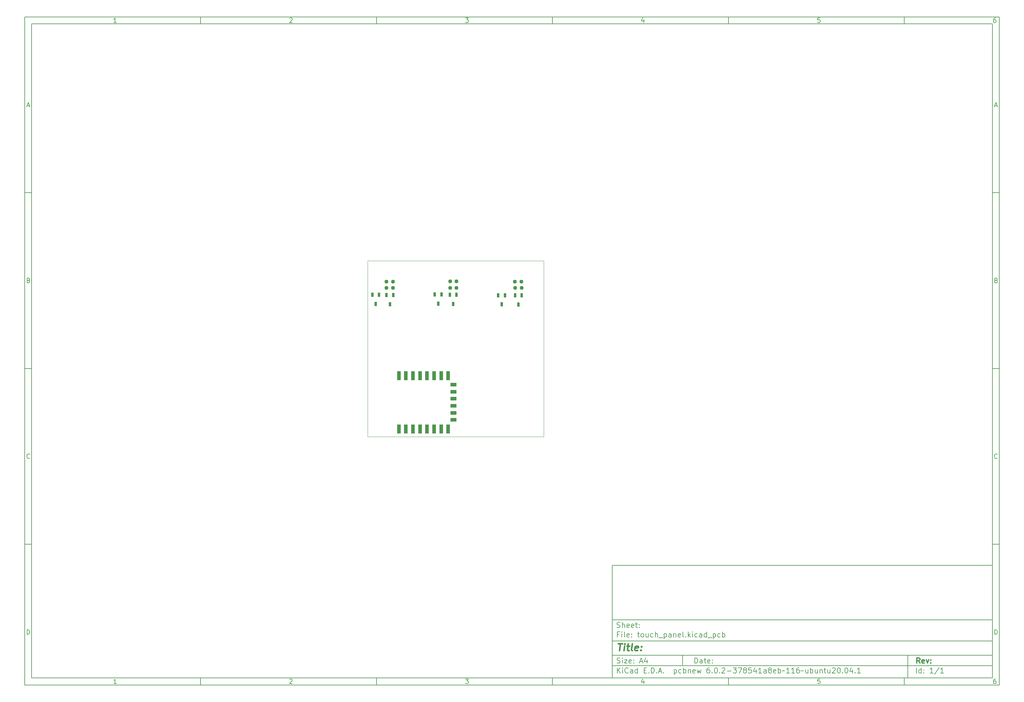
<source format=gbr>
%TF.GenerationSoftware,KiCad,Pcbnew,6.0.2-378541a8eb~116~ubuntu20.04.1*%
%TF.CreationDate,2022-03-13T21:59:14+03:30*%
%TF.ProjectId,touch_panel,746f7563-685f-4706-916e-656c2e6b6963,rev?*%
%TF.SameCoordinates,Original*%
%TF.FileFunction,Paste,Bot*%
%TF.FilePolarity,Positive*%
%FSLAX46Y46*%
G04 Gerber Fmt 4.6, Leading zero omitted, Abs format (unit mm)*
G04 Created by KiCad (PCBNEW 6.0.2-378541a8eb~116~ubuntu20.04.1) date 2022-03-13 21:59:14*
%MOMM*%
%LPD*%
G01*
G04 APERTURE LIST*
G04 Aperture macros list*
%AMRoundRect*
0 Rectangle with rounded corners*
0 $1 Rounding radius*
0 $2 $3 $4 $5 $6 $7 $8 $9 X,Y pos of 4 corners*
0 Add a 4 corners polygon primitive as box body*
4,1,4,$2,$3,$4,$5,$6,$7,$8,$9,$2,$3,0*
0 Add four circle primitives for the rounded corners*
1,1,$1+$1,$2,$3*
1,1,$1+$1,$4,$5*
1,1,$1+$1,$6,$7*
1,1,$1+$1,$8,$9*
0 Add four rect primitives between the rounded corners*
20,1,$1+$1,$2,$3,$4,$5,0*
20,1,$1+$1,$4,$5,$6,$7,0*
20,1,$1+$1,$6,$7,$8,$9,0*
20,1,$1+$1,$8,$9,$2,$3,0*%
G04 Aperture macros list end*
%ADD10C,0.100000*%
%ADD11C,0.150000*%
%ADD12C,0.300000*%
%ADD13C,0.400000*%
%TA.AperFunction,Profile*%
%ADD14C,0.100000*%
%TD*%
%ADD15RoundRect,0.237500X-0.250000X-0.237500X0.250000X-0.237500X0.250000X0.237500X-0.250000X0.237500X0*%
%ADD16R,0.650000X1.220000*%
%ADD17RoundRect,0.237500X0.250000X0.237500X-0.250000X0.237500X-0.250000X-0.237500X0.250000X-0.237500X0*%
%ADD18R,1.000000X2.500000*%
%ADD19R,1.800000X1.000000*%
G04 APERTURE END LIST*
D10*
D11*
X177002200Y-166007200D02*
X177002200Y-198007200D01*
X285002200Y-198007200D01*
X285002200Y-166007200D01*
X177002200Y-166007200D01*
D10*
D11*
X10000000Y-10000000D02*
X10000000Y-200007200D01*
X287002200Y-200007200D01*
X287002200Y-10000000D01*
X10000000Y-10000000D01*
D10*
D11*
X12000000Y-12000000D02*
X12000000Y-198007200D01*
X285002200Y-198007200D01*
X285002200Y-12000000D01*
X12000000Y-12000000D01*
D10*
D11*
X60000000Y-12000000D02*
X60000000Y-10000000D01*
D10*
D11*
X110000000Y-12000000D02*
X110000000Y-10000000D01*
D10*
D11*
X160000000Y-12000000D02*
X160000000Y-10000000D01*
D10*
D11*
X210000000Y-12000000D02*
X210000000Y-10000000D01*
D10*
D11*
X260000000Y-12000000D02*
X260000000Y-10000000D01*
D10*
D11*
X36065476Y-11588095D02*
X35322619Y-11588095D01*
X35694047Y-11588095D02*
X35694047Y-10288095D01*
X35570238Y-10473809D01*
X35446428Y-10597619D01*
X35322619Y-10659523D01*
D10*
D11*
X85322619Y-10411904D02*
X85384523Y-10350000D01*
X85508333Y-10288095D01*
X85817857Y-10288095D01*
X85941666Y-10350000D01*
X86003571Y-10411904D01*
X86065476Y-10535714D01*
X86065476Y-10659523D01*
X86003571Y-10845238D01*
X85260714Y-11588095D01*
X86065476Y-11588095D01*
D10*
D11*
X135260714Y-10288095D02*
X136065476Y-10288095D01*
X135632142Y-10783333D01*
X135817857Y-10783333D01*
X135941666Y-10845238D01*
X136003571Y-10907142D01*
X136065476Y-11030952D01*
X136065476Y-11340476D01*
X136003571Y-11464285D01*
X135941666Y-11526190D01*
X135817857Y-11588095D01*
X135446428Y-11588095D01*
X135322619Y-11526190D01*
X135260714Y-11464285D01*
D10*
D11*
X185941666Y-10721428D02*
X185941666Y-11588095D01*
X185632142Y-10226190D02*
X185322619Y-11154761D01*
X186127380Y-11154761D01*
D10*
D11*
X236003571Y-10288095D02*
X235384523Y-10288095D01*
X235322619Y-10907142D01*
X235384523Y-10845238D01*
X235508333Y-10783333D01*
X235817857Y-10783333D01*
X235941666Y-10845238D01*
X236003571Y-10907142D01*
X236065476Y-11030952D01*
X236065476Y-11340476D01*
X236003571Y-11464285D01*
X235941666Y-11526190D01*
X235817857Y-11588095D01*
X235508333Y-11588095D01*
X235384523Y-11526190D01*
X235322619Y-11464285D01*
D10*
D11*
X285941666Y-10288095D02*
X285694047Y-10288095D01*
X285570238Y-10350000D01*
X285508333Y-10411904D01*
X285384523Y-10597619D01*
X285322619Y-10845238D01*
X285322619Y-11340476D01*
X285384523Y-11464285D01*
X285446428Y-11526190D01*
X285570238Y-11588095D01*
X285817857Y-11588095D01*
X285941666Y-11526190D01*
X286003571Y-11464285D01*
X286065476Y-11340476D01*
X286065476Y-11030952D01*
X286003571Y-10907142D01*
X285941666Y-10845238D01*
X285817857Y-10783333D01*
X285570238Y-10783333D01*
X285446428Y-10845238D01*
X285384523Y-10907142D01*
X285322619Y-11030952D01*
D10*
D11*
X60000000Y-198007200D02*
X60000000Y-200007200D01*
D10*
D11*
X110000000Y-198007200D02*
X110000000Y-200007200D01*
D10*
D11*
X160000000Y-198007200D02*
X160000000Y-200007200D01*
D10*
D11*
X210000000Y-198007200D02*
X210000000Y-200007200D01*
D10*
D11*
X260000000Y-198007200D02*
X260000000Y-200007200D01*
D10*
D11*
X36065476Y-199595295D02*
X35322619Y-199595295D01*
X35694047Y-199595295D02*
X35694047Y-198295295D01*
X35570238Y-198481009D01*
X35446428Y-198604819D01*
X35322619Y-198666723D01*
D10*
D11*
X85322619Y-198419104D02*
X85384523Y-198357200D01*
X85508333Y-198295295D01*
X85817857Y-198295295D01*
X85941666Y-198357200D01*
X86003571Y-198419104D01*
X86065476Y-198542914D01*
X86065476Y-198666723D01*
X86003571Y-198852438D01*
X85260714Y-199595295D01*
X86065476Y-199595295D01*
D10*
D11*
X135260714Y-198295295D02*
X136065476Y-198295295D01*
X135632142Y-198790533D01*
X135817857Y-198790533D01*
X135941666Y-198852438D01*
X136003571Y-198914342D01*
X136065476Y-199038152D01*
X136065476Y-199347676D01*
X136003571Y-199471485D01*
X135941666Y-199533390D01*
X135817857Y-199595295D01*
X135446428Y-199595295D01*
X135322619Y-199533390D01*
X135260714Y-199471485D01*
D10*
D11*
X185941666Y-198728628D02*
X185941666Y-199595295D01*
X185632142Y-198233390D02*
X185322619Y-199161961D01*
X186127380Y-199161961D01*
D10*
D11*
X236003571Y-198295295D02*
X235384523Y-198295295D01*
X235322619Y-198914342D01*
X235384523Y-198852438D01*
X235508333Y-198790533D01*
X235817857Y-198790533D01*
X235941666Y-198852438D01*
X236003571Y-198914342D01*
X236065476Y-199038152D01*
X236065476Y-199347676D01*
X236003571Y-199471485D01*
X235941666Y-199533390D01*
X235817857Y-199595295D01*
X235508333Y-199595295D01*
X235384523Y-199533390D01*
X235322619Y-199471485D01*
D10*
D11*
X285941666Y-198295295D02*
X285694047Y-198295295D01*
X285570238Y-198357200D01*
X285508333Y-198419104D01*
X285384523Y-198604819D01*
X285322619Y-198852438D01*
X285322619Y-199347676D01*
X285384523Y-199471485D01*
X285446428Y-199533390D01*
X285570238Y-199595295D01*
X285817857Y-199595295D01*
X285941666Y-199533390D01*
X286003571Y-199471485D01*
X286065476Y-199347676D01*
X286065476Y-199038152D01*
X286003571Y-198914342D01*
X285941666Y-198852438D01*
X285817857Y-198790533D01*
X285570238Y-198790533D01*
X285446428Y-198852438D01*
X285384523Y-198914342D01*
X285322619Y-199038152D01*
D10*
D11*
X10000000Y-60000000D02*
X12000000Y-60000000D01*
D10*
D11*
X10000000Y-110000000D02*
X12000000Y-110000000D01*
D10*
D11*
X10000000Y-160000000D02*
X12000000Y-160000000D01*
D10*
D11*
X10690476Y-35216666D02*
X11309523Y-35216666D01*
X10566666Y-35588095D02*
X11000000Y-34288095D01*
X11433333Y-35588095D01*
D10*
D11*
X11092857Y-84907142D02*
X11278571Y-84969047D01*
X11340476Y-85030952D01*
X11402380Y-85154761D01*
X11402380Y-85340476D01*
X11340476Y-85464285D01*
X11278571Y-85526190D01*
X11154761Y-85588095D01*
X10659523Y-85588095D01*
X10659523Y-84288095D01*
X11092857Y-84288095D01*
X11216666Y-84350000D01*
X11278571Y-84411904D01*
X11340476Y-84535714D01*
X11340476Y-84659523D01*
X11278571Y-84783333D01*
X11216666Y-84845238D01*
X11092857Y-84907142D01*
X10659523Y-84907142D01*
D10*
D11*
X11402380Y-135464285D02*
X11340476Y-135526190D01*
X11154761Y-135588095D01*
X11030952Y-135588095D01*
X10845238Y-135526190D01*
X10721428Y-135402380D01*
X10659523Y-135278571D01*
X10597619Y-135030952D01*
X10597619Y-134845238D01*
X10659523Y-134597619D01*
X10721428Y-134473809D01*
X10845238Y-134350000D01*
X11030952Y-134288095D01*
X11154761Y-134288095D01*
X11340476Y-134350000D01*
X11402380Y-134411904D01*
D10*
D11*
X10659523Y-185588095D02*
X10659523Y-184288095D01*
X10969047Y-184288095D01*
X11154761Y-184350000D01*
X11278571Y-184473809D01*
X11340476Y-184597619D01*
X11402380Y-184845238D01*
X11402380Y-185030952D01*
X11340476Y-185278571D01*
X11278571Y-185402380D01*
X11154761Y-185526190D01*
X10969047Y-185588095D01*
X10659523Y-185588095D01*
D10*
D11*
X287002200Y-60000000D02*
X285002200Y-60000000D01*
D10*
D11*
X287002200Y-110000000D02*
X285002200Y-110000000D01*
D10*
D11*
X287002200Y-160000000D02*
X285002200Y-160000000D01*
D10*
D11*
X285692676Y-35216666D02*
X286311723Y-35216666D01*
X285568866Y-35588095D02*
X286002200Y-34288095D01*
X286435533Y-35588095D01*
D10*
D11*
X286095057Y-84907142D02*
X286280771Y-84969047D01*
X286342676Y-85030952D01*
X286404580Y-85154761D01*
X286404580Y-85340476D01*
X286342676Y-85464285D01*
X286280771Y-85526190D01*
X286156961Y-85588095D01*
X285661723Y-85588095D01*
X285661723Y-84288095D01*
X286095057Y-84288095D01*
X286218866Y-84350000D01*
X286280771Y-84411904D01*
X286342676Y-84535714D01*
X286342676Y-84659523D01*
X286280771Y-84783333D01*
X286218866Y-84845238D01*
X286095057Y-84907142D01*
X285661723Y-84907142D01*
D10*
D11*
X286404580Y-135464285D02*
X286342676Y-135526190D01*
X286156961Y-135588095D01*
X286033152Y-135588095D01*
X285847438Y-135526190D01*
X285723628Y-135402380D01*
X285661723Y-135278571D01*
X285599819Y-135030952D01*
X285599819Y-134845238D01*
X285661723Y-134597619D01*
X285723628Y-134473809D01*
X285847438Y-134350000D01*
X286033152Y-134288095D01*
X286156961Y-134288095D01*
X286342676Y-134350000D01*
X286404580Y-134411904D01*
D10*
D11*
X285661723Y-185588095D02*
X285661723Y-184288095D01*
X285971247Y-184288095D01*
X286156961Y-184350000D01*
X286280771Y-184473809D01*
X286342676Y-184597619D01*
X286404580Y-184845238D01*
X286404580Y-185030952D01*
X286342676Y-185278571D01*
X286280771Y-185402380D01*
X286156961Y-185526190D01*
X285971247Y-185588095D01*
X285661723Y-185588095D01*
D10*
D11*
X200434342Y-193785771D02*
X200434342Y-192285771D01*
X200791485Y-192285771D01*
X201005771Y-192357200D01*
X201148628Y-192500057D01*
X201220057Y-192642914D01*
X201291485Y-192928628D01*
X201291485Y-193142914D01*
X201220057Y-193428628D01*
X201148628Y-193571485D01*
X201005771Y-193714342D01*
X200791485Y-193785771D01*
X200434342Y-193785771D01*
X202577200Y-193785771D02*
X202577200Y-193000057D01*
X202505771Y-192857200D01*
X202362914Y-192785771D01*
X202077200Y-192785771D01*
X201934342Y-192857200D01*
X202577200Y-193714342D02*
X202434342Y-193785771D01*
X202077200Y-193785771D01*
X201934342Y-193714342D01*
X201862914Y-193571485D01*
X201862914Y-193428628D01*
X201934342Y-193285771D01*
X202077200Y-193214342D01*
X202434342Y-193214342D01*
X202577200Y-193142914D01*
X203077200Y-192785771D02*
X203648628Y-192785771D01*
X203291485Y-192285771D02*
X203291485Y-193571485D01*
X203362914Y-193714342D01*
X203505771Y-193785771D01*
X203648628Y-193785771D01*
X204720057Y-193714342D02*
X204577200Y-193785771D01*
X204291485Y-193785771D01*
X204148628Y-193714342D01*
X204077200Y-193571485D01*
X204077200Y-193000057D01*
X204148628Y-192857200D01*
X204291485Y-192785771D01*
X204577200Y-192785771D01*
X204720057Y-192857200D01*
X204791485Y-193000057D01*
X204791485Y-193142914D01*
X204077200Y-193285771D01*
X205434342Y-193642914D02*
X205505771Y-193714342D01*
X205434342Y-193785771D01*
X205362914Y-193714342D01*
X205434342Y-193642914D01*
X205434342Y-193785771D01*
X205434342Y-192857200D02*
X205505771Y-192928628D01*
X205434342Y-193000057D01*
X205362914Y-192928628D01*
X205434342Y-192857200D01*
X205434342Y-193000057D01*
D10*
D11*
X177002200Y-194507200D02*
X285002200Y-194507200D01*
D10*
D11*
X178434342Y-196585771D02*
X178434342Y-195085771D01*
X179291485Y-196585771D02*
X178648628Y-195728628D01*
X179291485Y-195085771D02*
X178434342Y-195942914D01*
X179934342Y-196585771D02*
X179934342Y-195585771D01*
X179934342Y-195085771D02*
X179862914Y-195157200D01*
X179934342Y-195228628D01*
X180005771Y-195157200D01*
X179934342Y-195085771D01*
X179934342Y-195228628D01*
X181505771Y-196442914D02*
X181434342Y-196514342D01*
X181220057Y-196585771D01*
X181077200Y-196585771D01*
X180862914Y-196514342D01*
X180720057Y-196371485D01*
X180648628Y-196228628D01*
X180577200Y-195942914D01*
X180577200Y-195728628D01*
X180648628Y-195442914D01*
X180720057Y-195300057D01*
X180862914Y-195157200D01*
X181077200Y-195085771D01*
X181220057Y-195085771D01*
X181434342Y-195157200D01*
X181505771Y-195228628D01*
X182791485Y-196585771D02*
X182791485Y-195800057D01*
X182720057Y-195657200D01*
X182577200Y-195585771D01*
X182291485Y-195585771D01*
X182148628Y-195657200D01*
X182791485Y-196514342D02*
X182648628Y-196585771D01*
X182291485Y-196585771D01*
X182148628Y-196514342D01*
X182077200Y-196371485D01*
X182077200Y-196228628D01*
X182148628Y-196085771D01*
X182291485Y-196014342D01*
X182648628Y-196014342D01*
X182791485Y-195942914D01*
X184148628Y-196585771D02*
X184148628Y-195085771D01*
X184148628Y-196514342D02*
X184005771Y-196585771D01*
X183720057Y-196585771D01*
X183577200Y-196514342D01*
X183505771Y-196442914D01*
X183434342Y-196300057D01*
X183434342Y-195871485D01*
X183505771Y-195728628D01*
X183577200Y-195657200D01*
X183720057Y-195585771D01*
X184005771Y-195585771D01*
X184148628Y-195657200D01*
X186005771Y-195800057D02*
X186505771Y-195800057D01*
X186720057Y-196585771D02*
X186005771Y-196585771D01*
X186005771Y-195085771D01*
X186720057Y-195085771D01*
X187362914Y-196442914D02*
X187434342Y-196514342D01*
X187362914Y-196585771D01*
X187291485Y-196514342D01*
X187362914Y-196442914D01*
X187362914Y-196585771D01*
X188077200Y-196585771D02*
X188077200Y-195085771D01*
X188434342Y-195085771D01*
X188648628Y-195157200D01*
X188791485Y-195300057D01*
X188862914Y-195442914D01*
X188934342Y-195728628D01*
X188934342Y-195942914D01*
X188862914Y-196228628D01*
X188791485Y-196371485D01*
X188648628Y-196514342D01*
X188434342Y-196585771D01*
X188077200Y-196585771D01*
X189577200Y-196442914D02*
X189648628Y-196514342D01*
X189577200Y-196585771D01*
X189505771Y-196514342D01*
X189577200Y-196442914D01*
X189577200Y-196585771D01*
X190220057Y-196157200D02*
X190934342Y-196157200D01*
X190077200Y-196585771D02*
X190577200Y-195085771D01*
X191077200Y-196585771D01*
X191577200Y-196442914D02*
X191648628Y-196514342D01*
X191577200Y-196585771D01*
X191505771Y-196514342D01*
X191577200Y-196442914D01*
X191577200Y-196585771D01*
X194577200Y-195585771D02*
X194577200Y-197085771D01*
X194577200Y-195657200D02*
X194720057Y-195585771D01*
X195005771Y-195585771D01*
X195148628Y-195657200D01*
X195220057Y-195728628D01*
X195291485Y-195871485D01*
X195291485Y-196300057D01*
X195220057Y-196442914D01*
X195148628Y-196514342D01*
X195005771Y-196585771D01*
X194720057Y-196585771D01*
X194577200Y-196514342D01*
X196577200Y-196514342D02*
X196434342Y-196585771D01*
X196148628Y-196585771D01*
X196005771Y-196514342D01*
X195934342Y-196442914D01*
X195862914Y-196300057D01*
X195862914Y-195871485D01*
X195934342Y-195728628D01*
X196005771Y-195657200D01*
X196148628Y-195585771D01*
X196434342Y-195585771D01*
X196577200Y-195657200D01*
X197220057Y-196585771D02*
X197220057Y-195085771D01*
X197220057Y-195657200D02*
X197362914Y-195585771D01*
X197648628Y-195585771D01*
X197791485Y-195657200D01*
X197862914Y-195728628D01*
X197934342Y-195871485D01*
X197934342Y-196300057D01*
X197862914Y-196442914D01*
X197791485Y-196514342D01*
X197648628Y-196585771D01*
X197362914Y-196585771D01*
X197220057Y-196514342D01*
X198577200Y-195585771D02*
X198577200Y-196585771D01*
X198577200Y-195728628D02*
X198648628Y-195657200D01*
X198791485Y-195585771D01*
X199005771Y-195585771D01*
X199148628Y-195657200D01*
X199220057Y-195800057D01*
X199220057Y-196585771D01*
X200505771Y-196514342D02*
X200362914Y-196585771D01*
X200077200Y-196585771D01*
X199934342Y-196514342D01*
X199862914Y-196371485D01*
X199862914Y-195800057D01*
X199934342Y-195657200D01*
X200077200Y-195585771D01*
X200362914Y-195585771D01*
X200505771Y-195657200D01*
X200577200Y-195800057D01*
X200577200Y-195942914D01*
X199862914Y-196085771D01*
X201077200Y-195585771D02*
X201362914Y-196585771D01*
X201648628Y-195871485D01*
X201934342Y-196585771D01*
X202220057Y-195585771D01*
X204577200Y-195085771D02*
X204291485Y-195085771D01*
X204148628Y-195157200D01*
X204077200Y-195228628D01*
X203934342Y-195442914D01*
X203862914Y-195728628D01*
X203862914Y-196300057D01*
X203934342Y-196442914D01*
X204005771Y-196514342D01*
X204148628Y-196585771D01*
X204434342Y-196585771D01*
X204577200Y-196514342D01*
X204648628Y-196442914D01*
X204720057Y-196300057D01*
X204720057Y-195942914D01*
X204648628Y-195800057D01*
X204577200Y-195728628D01*
X204434342Y-195657200D01*
X204148628Y-195657200D01*
X204005771Y-195728628D01*
X203934342Y-195800057D01*
X203862914Y-195942914D01*
X205362914Y-196442914D02*
X205434342Y-196514342D01*
X205362914Y-196585771D01*
X205291485Y-196514342D01*
X205362914Y-196442914D01*
X205362914Y-196585771D01*
X206362914Y-195085771D02*
X206505771Y-195085771D01*
X206648628Y-195157200D01*
X206720057Y-195228628D01*
X206791485Y-195371485D01*
X206862914Y-195657200D01*
X206862914Y-196014342D01*
X206791485Y-196300057D01*
X206720057Y-196442914D01*
X206648628Y-196514342D01*
X206505771Y-196585771D01*
X206362914Y-196585771D01*
X206220057Y-196514342D01*
X206148628Y-196442914D01*
X206077200Y-196300057D01*
X206005771Y-196014342D01*
X206005771Y-195657200D01*
X206077200Y-195371485D01*
X206148628Y-195228628D01*
X206220057Y-195157200D01*
X206362914Y-195085771D01*
X207505771Y-196442914D02*
X207577200Y-196514342D01*
X207505771Y-196585771D01*
X207434342Y-196514342D01*
X207505771Y-196442914D01*
X207505771Y-196585771D01*
X208148628Y-195228628D02*
X208220057Y-195157200D01*
X208362914Y-195085771D01*
X208720057Y-195085771D01*
X208862914Y-195157200D01*
X208934342Y-195228628D01*
X209005771Y-195371485D01*
X209005771Y-195514342D01*
X208934342Y-195728628D01*
X208077200Y-196585771D01*
X209005771Y-196585771D01*
X209648628Y-196014342D02*
X210791485Y-196014342D01*
X211362914Y-195085771D02*
X212291485Y-195085771D01*
X211791485Y-195657200D01*
X212005771Y-195657200D01*
X212148628Y-195728628D01*
X212220057Y-195800057D01*
X212291485Y-195942914D01*
X212291485Y-196300057D01*
X212220057Y-196442914D01*
X212148628Y-196514342D01*
X212005771Y-196585771D01*
X211577200Y-196585771D01*
X211434342Y-196514342D01*
X211362914Y-196442914D01*
X212791485Y-195085771D02*
X213791485Y-195085771D01*
X213148628Y-196585771D01*
X214577200Y-195728628D02*
X214434342Y-195657200D01*
X214362914Y-195585771D01*
X214291485Y-195442914D01*
X214291485Y-195371485D01*
X214362914Y-195228628D01*
X214434342Y-195157200D01*
X214577200Y-195085771D01*
X214862914Y-195085771D01*
X215005771Y-195157200D01*
X215077200Y-195228628D01*
X215148628Y-195371485D01*
X215148628Y-195442914D01*
X215077200Y-195585771D01*
X215005771Y-195657200D01*
X214862914Y-195728628D01*
X214577200Y-195728628D01*
X214434342Y-195800057D01*
X214362914Y-195871485D01*
X214291485Y-196014342D01*
X214291485Y-196300057D01*
X214362914Y-196442914D01*
X214434342Y-196514342D01*
X214577200Y-196585771D01*
X214862914Y-196585771D01*
X215005771Y-196514342D01*
X215077200Y-196442914D01*
X215148628Y-196300057D01*
X215148628Y-196014342D01*
X215077200Y-195871485D01*
X215005771Y-195800057D01*
X214862914Y-195728628D01*
X216505771Y-195085771D02*
X215791485Y-195085771D01*
X215720057Y-195800057D01*
X215791485Y-195728628D01*
X215934342Y-195657200D01*
X216291485Y-195657200D01*
X216434342Y-195728628D01*
X216505771Y-195800057D01*
X216577200Y-195942914D01*
X216577200Y-196300057D01*
X216505771Y-196442914D01*
X216434342Y-196514342D01*
X216291485Y-196585771D01*
X215934342Y-196585771D01*
X215791485Y-196514342D01*
X215720057Y-196442914D01*
X217862914Y-195585771D02*
X217862914Y-196585771D01*
X217505771Y-195014342D02*
X217148628Y-196085771D01*
X218077200Y-196085771D01*
X219434342Y-196585771D02*
X218577200Y-196585771D01*
X219005771Y-196585771D02*
X219005771Y-195085771D01*
X218862914Y-195300057D01*
X218720057Y-195442914D01*
X218577200Y-195514342D01*
X220720057Y-196585771D02*
X220720057Y-195800057D01*
X220648628Y-195657200D01*
X220505771Y-195585771D01*
X220220057Y-195585771D01*
X220077200Y-195657200D01*
X220720057Y-196514342D02*
X220577200Y-196585771D01*
X220220057Y-196585771D01*
X220077200Y-196514342D01*
X220005771Y-196371485D01*
X220005771Y-196228628D01*
X220077200Y-196085771D01*
X220220057Y-196014342D01*
X220577200Y-196014342D01*
X220720057Y-195942914D01*
X221648628Y-195728628D02*
X221505771Y-195657200D01*
X221434342Y-195585771D01*
X221362914Y-195442914D01*
X221362914Y-195371485D01*
X221434342Y-195228628D01*
X221505771Y-195157200D01*
X221648628Y-195085771D01*
X221934342Y-195085771D01*
X222077200Y-195157200D01*
X222148628Y-195228628D01*
X222220057Y-195371485D01*
X222220057Y-195442914D01*
X222148628Y-195585771D01*
X222077200Y-195657200D01*
X221934342Y-195728628D01*
X221648628Y-195728628D01*
X221505771Y-195800057D01*
X221434342Y-195871485D01*
X221362914Y-196014342D01*
X221362914Y-196300057D01*
X221434342Y-196442914D01*
X221505771Y-196514342D01*
X221648628Y-196585771D01*
X221934342Y-196585771D01*
X222077200Y-196514342D01*
X222148628Y-196442914D01*
X222220057Y-196300057D01*
X222220057Y-196014342D01*
X222148628Y-195871485D01*
X222077200Y-195800057D01*
X221934342Y-195728628D01*
X223434342Y-196514342D02*
X223291485Y-196585771D01*
X223005771Y-196585771D01*
X222862914Y-196514342D01*
X222791485Y-196371485D01*
X222791485Y-195800057D01*
X222862914Y-195657200D01*
X223005771Y-195585771D01*
X223291485Y-195585771D01*
X223434342Y-195657200D01*
X223505771Y-195800057D01*
X223505771Y-195942914D01*
X222791485Y-196085771D01*
X224148628Y-196585771D02*
X224148628Y-195085771D01*
X224148628Y-195657200D02*
X224291485Y-195585771D01*
X224577199Y-195585771D01*
X224720057Y-195657200D01*
X224791485Y-195728628D01*
X224862914Y-195871485D01*
X224862914Y-196300057D01*
X224791485Y-196442914D01*
X224720057Y-196514342D01*
X224577199Y-196585771D01*
X224291485Y-196585771D01*
X224148628Y-196514342D01*
X225291485Y-196014342D02*
X225362914Y-195942914D01*
X225505771Y-195871485D01*
X225791485Y-196014342D01*
X225934342Y-195942914D01*
X226005771Y-195871485D01*
X227362914Y-196585771D02*
X226505771Y-196585771D01*
X226934342Y-196585771D02*
X226934342Y-195085771D01*
X226791485Y-195300057D01*
X226648628Y-195442914D01*
X226505771Y-195514342D01*
X228791485Y-196585771D02*
X227934342Y-196585771D01*
X228362914Y-196585771D02*
X228362914Y-195085771D01*
X228220057Y-195300057D01*
X228077199Y-195442914D01*
X227934342Y-195514342D01*
X230077199Y-195085771D02*
X229791485Y-195085771D01*
X229648628Y-195157200D01*
X229577199Y-195228628D01*
X229434342Y-195442914D01*
X229362914Y-195728628D01*
X229362914Y-196300057D01*
X229434342Y-196442914D01*
X229505771Y-196514342D01*
X229648628Y-196585771D01*
X229934342Y-196585771D01*
X230077199Y-196514342D01*
X230148628Y-196442914D01*
X230220057Y-196300057D01*
X230220057Y-195942914D01*
X230148628Y-195800057D01*
X230077199Y-195728628D01*
X229934342Y-195657200D01*
X229648628Y-195657200D01*
X229505771Y-195728628D01*
X229434342Y-195800057D01*
X229362914Y-195942914D01*
X230648628Y-196014342D02*
X230720057Y-195942914D01*
X230862914Y-195871485D01*
X231148628Y-196014342D01*
X231291485Y-195942914D01*
X231362914Y-195871485D01*
X232577199Y-195585771D02*
X232577199Y-196585771D01*
X231934342Y-195585771D02*
X231934342Y-196371485D01*
X232005771Y-196514342D01*
X232148628Y-196585771D01*
X232362914Y-196585771D01*
X232505771Y-196514342D01*
X232577199Y-196442914D01*
X233291485Y-196585771D02*
X233291485Y-195085771D01*
X233291485Y-195657200D02*
X233434342Y-195585771D01*
X233720057Y-195585771D01*
X233862914Y-195657200D01*
X233934342Y-195728628D01*
X234005771Y-195871485D01*
X234005771Y-196300057D01*
X233934342Y-196442914D01*
X233862914Y-196514342D01*
X233720057Y-196585771D01*
X233434342Y-196585771D01*
X233291485Y-196514342D01*
X235291485Y-195585771D02*
X235291485Y-196585771D01*
X234648628Y-195585771D02*
X234648628Y-196371485D01*
X234720057Y-196514342D01*
X234862914Y-196585771D01*
X235077199Y-196585771D01*
X235220057Y-196514342D01*
X235291485Y-196442914D01*
X236005771Y-195585771D02*
X236005771Y-196585771D01*
X236005771Y-195728628D02*
X236077199Y-195657200D01*
X236220057Y-195585771D01*
X236434342Y-195585771D01*
X236577199Y-195657200D01*
X236648628Y-195800057D01*
X236648628Y-196585771D01*
X237148628Y-195585771D02*
X237720057Y-195585771D01*
X237362914Y-195085771D02*
X237362914Y-196371485D01*
X237434342Y-196514342D01*
X237577200Y-196585771D01*
X237720057Y-196585771D01*
X238862914Y-195585771D02*
X238862914Y-196585771D01*
X238220057Y-195585771D02*
X238220057Y-196371485D01*
X238291485Y-196514342D01*
X238434342Y-196585771D01*
X238648628Y-196585771D01*
X238791485Y-196514342D01*
X238862914Y-196442914D01*
X239505771Y-195228628D02*
X239577200Y-195157200D01*
X239720057Y-195085771D01*
X240077200Y-195085771D01*
X240220057Y-195157200D01*
X240291485Y-195228628D01*
X240362914Y-195371485D01*
X240362914Y-195514342D01*
X240291485Y-195728628D01*
X239434342Y-196585771D01*
X240362914Y-196585771D01*
X241291485Y-195085771D02*
X241434342Y-195085771D01*
X241577199Y-195157200D01*
X241648628Y-195228628D01*
X241720057Y-195371485D01*
X241791485Y-195657200D01*
X241791485Y-196014342D01*
X241720057Y-196300057D01*
X241648628Y-196442914D01*
X241577199Y-196514342D01*
X241434342Y-196585771D01*
X241291485Y-196585771D01*
X241148628Y-196514342D01*
X241077199Y-196442914D01*
X241005771Y-196300057D01*
X240934342Y-196014342D01*
X240934342Y-195657200D01*
X241005771Y-195371485D01*
X241077199Y-195228628D01*
X241148628Y-195157200D01*
X241291485Y-195085771D01*
X242434342Y-196442914D02*
X242505771Y-196514342D01*
X242434342Y-196585771D01*
X242362914Y-196514342D01*
X242434342Y-196442914D01*
X242434342Y-196585771D01*
X243434342Y-195085771D02*
X243577199Y-195085771D01*
X243720057Y-195157200D01*
X243791485Y-195228628D01*
X243862914Y-195371485D01*
X243934342Y-195657200D01*
X243934342Y-196014342D01*
X243862914Y-196300057D01*
X243791485Y-196442914D01*
X243720057Y-196514342D01*
X243577199Y-196585771D01*
X243434342Y-196585771D01*
X243291485Y-196514342D01*
X243220057Y-196442914D01*
X243148628Y-196300057D01*
X243077199Y-196014342D01*
X243077199Y-195657200D01*
X243148628Y-195371485D01*
X243220057Y-195228628D01*
X243291485Y-195157200D01*
X243434342Y-195085771D01*
X245220057Y-195585771D02*
X245220057Y-196585771D01*
X244862914Y-195014342D02*
X244505771Y-196085771D01*
X245434342Y-196085771D01*
X246005771Y-196442914D02*
X246077200Y-196514342D01*
X246005771Y-196585771D01*
X245934342Y-196514342D01*
X246005771Y-196442914D01*
X246005771Y-196585771D01*
X247505771Y-196585771D02*
X246648628Y-196585771D01*
X247077200Y-196585771D02*
X247077200Y-195085771D01*
X246934342Y-195300057D01*
X246791485Y-195442914D01*
X246648628Y-195514342D01*
D10*
D11*
X177002200Y-191507200D02*
X285002200Y-191507200D01*
D10*
D12*
X264411485Y-193785771D02*
X263911485Y-193071485D01*
X263554342Y-193785771D02*
X263554342Y-192285771D01*
X264125771Y-192285771D01*
X264268628Y-192357200D01*
X264340057Y-192428628D01*
X264411485Y-192571485D01*
X264411485Y-192785771D01*
X264340057Y-192928628D01*
X264268628Y-193000057D01*
X264125771Y-193071485D01*
X263554342Y-193071485D01*
X265625771Y-193714342D02*
X265482914Y-193785771D01*
X265197200Y-193785771D01*
X265054342Y-193714342D01*
X264982914Y-193571485D01*
X264982914Y-193000057D01*
X265054342Y-192857200D01*
X265197200Y-192785771D01*
X265482914Y-192785771D01*
X265625771Y-192857200D01*
X265697200Y-193000057D01*
X265697200Y-193142914D01*
X264982914Y-193285771D01*
X266197200Y-192785771D02*
X266554342Y-193785771D01*
X266911485Y-192785771D01*
X267482914Y-193642914D02*
X267554342Y-193714342D01*
X267482914Y-193785771D01*
X267411485Y-193714342D01*
X267482914Y-193642914D01*
X267482914Y-193785771D01*
X267482914Y-192857200D02*
X267554342Y-192928628D01*
X267482914Y-193000057D01*
X267411485Y-192928628D01*
X267482914Y-192857200D01*
X267482914Y-193000057D01*
D10*
D11*
X178362914Y-193714342D02*
X178577200Y-193785771D01*
X178934342Y-193785771D01*
X179077200Y-193714342D01*
X179148628Y-193642914D01*
X179220057Y-193500057D01*
X179220057Y-193357200D01*
X179148628Y-193214342D01*
X179077200Y-193142914D01*
X178934342Y-193071485D01*
X178648628Y-193000057D01*
X178505771Y-192928628D01*
X178434342Y-192857200D01*
X178362914Y-192714342D01*
X178362914Y-192571485D01*
X178434342Y-192428628D01*
X178505771Y-192357200D01*
X178648628Y-192285771D01*
X179005771Y-192285771D01*
X179220057Y-192357200D01*
X179862914Y-193785771D02*
X179862914Y-192785771D01*
X179862914Y-192285771D02*
X179791485Y-192357200D01*
X179862914Y-192428628D01*
X179934342Y-192357200D01*
X179862914Y-192285771D01*
X179862914Y-192428628D01*
X180434342Y-192785771D02*
X181220057Y-192785771D01*
X180434342Y-193785771D01*
X181220057Y-193785771D01*
X182362914Y-193714342D02*
X182220057Y-193785771D01*
X181934342Y-193785771D01*
X181791485Y-193714342D01*
X181720057Y-193571485D01*
X181720057Y-193000057D01*
X181791485Y-192857200D01*
X181934342Y-192785771D01*
X182220057Y-192785771D01*
X182362914Y-192857200D01*
X182434342Y-193000057D01*
X182434342Y-193142914D01*
X181720057Y-193285771D01*
X183077200Y-193642914D02*
X183148628Y-193714342D01*
X183077200Y-193785771D01*
X183005771Y-193714342D01*
X183077200Y-193642914D01*
X183077200Y-193785771D01*
X183077200Y-192857200D02*
X183148628Y-192928628D01*
X183077200Y-193000057D01*
X183005771Y-192928628D01*
X183077200Y-192857200D01*
X183077200Y-193000057D01*
X184862914Y-193357200D02*
X185577200Y-193357200D01*
X184720057Y-193785771D02*
X185220057Y-192285771D01*
X185720057Y-193785771D01*
X186862914Y-192785771D02*
X186862914Y-193785771D01*
X186505771Y-192214342D02*
X186148628Y-193285771D01*
X187077200Y-193285771D01*
D10*
D11*
X263434342Y-196585771D02*
X263434342Y-195085771D01*
X264791485Y-196585771D02*
X264791485Y-195085771D01*
X264791485Y-196514342D02*
X264648628Y-196585771D01*
X264362914Y-196585771D01*
X264220057Y-196514342D01*
X264148628Y-196442914D01*
X264077200Y-196300057D01*
X264077200Y-195871485D01*
X264148628Y-195728628D01*
X264220057Y-195657200D01*
X264362914Y-195585771D01*
X264648628Y-195585771D01*
X264791485Y-195657200D01*
X265505771Y-196442914D02*
X265577200Y-196514342D01*
X265505771Y-196585771D01*
X265434342Y-196514342D01*
X265505771Y-196442914D01*
X265505771Y-196585771D01*
X265505771Y-195657200D02*
X265577200Y-195728628D01*
X265505771Y-195800057D01*
X265434342Y-195728628D01*
X265505771Y-195657200D01*
X265505771Y-195800057D01*
X268148628Y-196585771D02*
X267291485Y-196585771D01*
X267720057Y-196585771D02*
X267720057Y-195085771D01*
X267577200Y-195300057D01*
X267434342Y-195442914D01*
X267291485Y-195514342D01*
X269862914Y-195014342D02*
X268577200Y-196942914D01*
X271148628Y-196585771D02*
X270291485Y-196585771D01*
X270720057Y-196585771D02*
X270720057Y-195085771D01*
X270577200Y-195300057D01*
X270434342Y-195442914D01*
X270291485Y-195514342D01*
D10*
D11*
X177002200Y-187507200D02*
X285002200Y-187507200D01*
D10*
D13*
X178714580Y-188211961D02*
X179857438Y-188211961D01*
X179036009Y-190211961D02*
X179286009Y-188211961D01*
X180274104Y-190211961D02*
X180440771Y-188878628D01*
X180524104Y-188211961D02*
X180416961Y-188307200D01*
X180500295Y-188402438D01*
X180607438Y-188307200D01*
X180524104Y-188211961D01*
X180500295Y-188402438D01*
X181107438Y-188878628D02*
X181869342Y-188878628D01*
X181476485Y-188211961D02*
X181262200Y-189926247D01*
X181333628Y-190116723D01*
X181512200Y-190211961D01*
X181702676Y-190211961D01*
X182655057Y-190211961D02*
X182476485Y-190116723D01*
X182405057Y-189926247D01*
X182619342Y-188211961D01*
X184190771Y-190116723D02*
X183988390Y-190211961D01*
X183607438Y-190211961D01*
X183428866Y-190116723D01*
X183357438Y-189926247D01*
X183452676Y-189164342D01*
X183571723Y-188973866D01*
X183774104Y-188878628D01*
X184155057Y-188878628D01*
X184333628Y-188973866D01*
X184405057Y-189164342D01*
X184381247Y-189354819D01*
X183405057Y-189545295D01*
X185155057Y-190021485D02*
X185238390Y-190116723D01*
X185131247Y-190211961D01*
X185047914Y-190116723D01*
X185155057Y-190021485D01*
X185131247Y-190211961D01*
X185286009Y-188973866D02*
X185369342Y-189069104D01*
X185262200Y-189164342D01*
X185178866Y-189069104D01*
X185286009Y-188973866D01*
X185262200Y-189164342D01*
D10*
D11*
X178934342Y-185600057D02*
X178434342Y-185600057D01*
X178434342Y-186385771D02*
X178434342Y-184885771D01*
X179148628Y-184885771D01*
X179720057Y-186385771D02*
X179720057Y-185385771D01*
X179720057Y-184885771D02*
X179648628Y-184957200D01*
X179720057Y-185028628D01*
X179791485Y-184957200D01*
X179720057Y-184885771D01*
X179720057Y-185028628D01*
X180648628Y-186385771D02*
X180505771Y-186314342D01*
X180434342Y-186171485D01*
X180434342Y-184885771D01*
X181791485Y-186314342D02*
X181648628Y-186385771D01*
X181362914Y-186385771D01*
X181220057Y-186314342D01*
X181148628Y-186171485D01*
X181148628Y-185600057D01*
X181220057Y-185457200D01*
X181362914Y-185385771D01*
X181648628Y-185385771D01*
X181791485Y-185457200D01*
X181862914Y-185600057D01*
X181862914Y-185742914D01*
X181148628Y-185885771D01*
X182505771Y-186242914D02*
X182577200Y-186314342D01*
X182505771Y-186385771D01*
X182434342Y-186314342D01*
X182505771Y-186242914D01*
X182505771Y-186385771D01*
X182505771Y-185457200D02*
X182577200Y-185528628D01*
X182505771Y-185600057D01*
X182434342Y-185528628D01*
X182505771Y-185457200D01*
X182505771Y-185600057D01*
X184148628Y-185385771D02*
X184720057Y-185385771D01*
X184362914Y-184885771D02*
X184362914Y-186171485D01*
X184434342Y-186314342D01*
X184577200Y-186385771D01*
X184720057Y-186385771D01*
X185434342Y-186385771D02*
X185291485Y-186314342D01*
X185220057Y-186242914D01*
X185148628Y-186100057D01*
X185148628Y-185671485D01*
X185220057Y-185528628D01*
X185291485Y-185457200D01*
X185434342Y-185385771D01*
X185648628Y-185385771D01*
X185791485Y-185457200D01*
X185862914Y-185528628D01*
X185934342Y-185671485D01*
X185934342Y-186100057D01*
X185862914Y-186242914D01*
X185791485Y-186314342D01*
X185648628Y-186385771D01*
X185434342Y-186385771D01*
X187220057Y-185385771D02*
X187220057Y-186385771D01*
X186577200Y-185385771D02*
X186577200Y-186171485D01*
X186648628Y-186314342D01*
X186791485Y-186385771D01*
X187005771Y-186385771D01*
X187148628Y-186314342D01*
X187220057Y-186242914D01*
X188577200Y-186314342D02*
X188434342Y-186385771D01*
X188148628Y-186385771D01*
X188005771Y-186314342D01*
X187934342Y-186242914D01*
X187862914Y-186100057D01*
X187862914Y-185671485D01*
X187934342Y-185528628D01*
X188005771Y-185457200D01*
X188148628Y-185385771D01*
X188434342Y-185385771D01*
X188577200Y-185457200D01*
X189220057Y-186385771D02*
X189220057Y-184885771D01*
X189862914Y-186385771D02*
X189862914Y-185600057D01*
X189791485Y-185457200D01*
X189648628Y-185385771D01*
X189434342Y-185385771D01*
X189291485Y-185457200D01*
X189220057Y-185528628D01*
X190220057Y-186528628D02*
X191362914Y-186528628D01*
X191720057Y-185385771D02*
X191720057Y-186885771D01*
X191720057Y-185457200D02*
X191862914Y-185385771D01*
X192148628Y-185385771D01*
X192291485Y-185457200D01*
X192362914Y-185528628D01*
X192434342Y-185671485D01*
X192434342Y-186100057D01*
X192362914Y-186242914D01*
X192291485Y-186314342D01*
X192148628Y-186385771D01*
X191862914Y-186385771D01*
X191720057Y-186314342D01*
X193720057Y-186385771D02*
X193720057Y-185600057D01*
X193648628Y-185457200D01*
X193505771Y-185385771D01*
X193220057Y-185385771D01*
X193077200Y-185457200D01*
X193720057Y-186314342D02*
X193577200Y-186385771D01*
X193220057Y-186385771D01*
X193077200Y-186314342D01*
X193005771Y-186171485D01*
X193005771Y-186028628D01*
X193077200Y-185885771D01*
X193220057Y-185814342D01*
X193577200Y-185814342D01*
X193720057Y-185742914D01*
X194434342Y-185385771D02*
X194434342Y-186385771D01*
X194434342Y-185528628D02*
X194505771Y-185457200D01*
X194648628Y-185385771D01*
X194862914Y-185385771D01*
X195005771Y-185457200D01*
X195077200Y-185600057D01*
X195077200Y-186385771D01*
X196362914Y-186314342D02*
X196220057Y-186385771D01*
X195934342Y-186385771D01*
X195791485Y-186314342D01*
X195720057Y-186171485D01*
X195720057Y-185600057D01*
X195791485Y-185457200D01*
X195934342Y-185385771D01*
X196220057Y-185385771D01*
X196362914Y-185457200D01*
X196434342Y-185600057D01*
X196434342Y-185742914D01*
X195720057Y-185885771D01*
X197291485Y-186385771D02*
X197148628Y-186314342D01*
X197077200Y-186171485D01*
X197077200Y-184885771D01*
X197862914Y-186242914D02*
X197934342Y-186314342D01*
X197862914Y-186385771D01*
X197791485Y-186314342D01*
X197862914Y-186242914D01*
X197862914Y-186385771D01*
X198577200Y-186385771D02*
X198577200Y-184885771D01*
X198720057Y-185814342D02*
X199148628Y-186385771D01*
X199148628Y-185385771D02*
X198577200Y-185957200D01*
X199791485Y-186385771D02*
X199791485Y-185385771D01*
X199791485Y-184885771D02*
X199720057Y-184957200D01*
X199791485Y-185028628D01*
X199862914Y-184957200D01*
X199791485Y-184885771D01*
X199791485Y-185028628D01*
X201148628Y-186314342D02*
X201005771Y-186385771D01*
X200720057Y-186385771D01*
X200577200Y-186314342D01*
X200505771Y-186242914D01*
X200434342Y-186100057D01*
X200434342Y-185671485D01*
X200505771Y-185528628D01*
X200577200Y-185457200D01*
X200720057Y-185385771D01*
X201005771Y-185385771D01*
X201148628Y-185457200D01*
X202434342Y-186385771D02*
X202434342Y-185600057D01*
X202362914Y-185457200D01*
X202220057Y-185385771D01*
X201934342Y-185385771D01*
X201791485Y-185457200D01*
X202434342Y-186314342D02*
X202291485Y-186385771D01*
X201934342Y-186385771D01*
X201791485Y-186314342D01*
X201720057Y-186171485D01*
X201720057Y-186028628D01*
X201791485Y-185885771D01*
X201934342Y-185814342D01*
X202291485Y-185814342D01*
X202434342Y-185742914D01*
X203791485Y-186385771D02*
X203791485Y-184885771D01*
X203791485Y-186314342D02*
X203648628Y-186385771D01*
X203362914Y-186385771D01*
X203220057Y-186314342D01*
X203148628Y-186242914D01*
X203077200Y-186100057D01*
X203077200Y-185671485D01*
X203148628Y-185528628D01*
X203220057Y-185457200D01*
X203362914Y-185385771D01*
X203648628Y-185385771D01*
X203791485Y-185457200D01*
X204148628Y-186528628D02*
X205291485Y-186528628D01*
X205648628Y-185385771D02*
X205648628Y-186885771D01*
X205648628Y-185457200D02*
X205791485Y-185385771D01*
X206077200Y-185385771D01*
X206220057Y-185457200D01*
X206291485Y-185528628D01*
X206362914Y-185671485D01*
X206362914Y-186100057D01*
X206291485Y-186242914D01*
X206220057Y-186314342D01*
X206077200Y-186385771D01*
X205791485Y-186385771D01*
X205648628Y-186314342D01*
X207648628Y-186314342D02*
X207505771Y-186385771D01*
X207220057Y-186385771D01*
X207077200Y-186314342D01*
X207005771Y-186242914D01*
X206934342Y-186100057D01*
X206934342Y-185671485D01*
X207005771Y-185528628D01*
X207077200Y-185457200D01*
X207220057Y-185385771D01*
X207505771Y-185385771D01*
X207648628Y-185457200D01*
X208291485Y-186385771D02*
X208291485Y-184885771D01*
X208291485Y-185457200D02*
X208434342Y-185385771D01*
X208720057Y-185385771D01*
X208862914Y-185457200D01*
X208934342Y-185528628D01*
X209005771Y-185671485D01*
X209005771Y-186100057D01*
X208934342Y-186242914D01*
X208862914Y-186314342D01*
X208720057Y-186385771D01*
X208434342Y-186385771D01*
X208291485Y-186314342D01*
D10*
D11*
X177002200Y-181507200D02*
X285002200Y-181507200D01*
D10*
D11*
X178362914Y-183614342D02*
X178577200Y-183685771D01*
X178934342Y-183685771D01*
X179077200Y-183614342D01*
X179148628Y-183542914D01*
X179220057Y-183400057D01*
X179220057Y-183257200D01*
X179148628Y-183114342D01*
X179077200Y-183042914D01*
X178934342Y-182971485D01*
X178648628Y-182900057D01*
X178505771Y-182828628D01*
X178434342Y-182757200D01*
X178362914Y-182614342D01*
X178362914Y-182471485D01*
X178434342Y-182328628D01*
X178505771Y-182257200D01*
X178648628Y-182185771D01*
X179005771Y-182185771D01*
X179220057Y-182257200D01*
X179862914Y-183685771D02*
X179862914Y-182185771D01*
X180505771Y-183685771D02*
X180505771Y-182900057D01*
X180434342Y-182757200D01*
X180291485Y-182685771D01*
X180077200Y-182685771D01*
X179934342Y-182757200D01*
X179862914Y-182828628D01*
X181791485Y-183614342D02*
X181648628Y-183685771D01*
X181362914Y-183685771D01*
X181220057Y-183614342D01*
X181148628Y-183471485D01*
X181148628Y-182900057D01*
X181220057Y-182757200D01*
X181362914Y-182685771D01*
X181648628Y-182685771D01*
X181791485Y-182757200D01*
X181862914Y-182900057D01*
X181862914Y-183042914D01*
X181148628Y-183185771D01*
X183077200Y-183614342D02*
X182934342Y-183685771D01*
X182648628Y-183685771D01*
X182505771Y-183614342D01*
X182434342Y-183471485D01*
X182434342Y-182900057D01*
X182505771Y-182757200D01*
X182648628Y-182685771D01*
X182934342Y-182685771D01*
X183077200Y-182757200D01*
X183148628Y-182900057D01*
X183148628Y-183042914D01*
X182434342Y-183185771D01*
X183577200Y-182685771D02*
X184148628Y-182685771D01*
X183791485Y-182185771D02*
X183791485Y-183471485D01*
X183862914Y-183614342D01*
X184005771Y-183685771D01*
X184148628Y-183685771D01*
X184648628Y-183542914D02*
X184720057Y-183614342D01*
X184648628Y-183685771D01*
X184577200Y-183614342D01*
X184648628Y-183542914D01*
X184648628Y-183685771D01*
X184648628Y-182757200D02*
X184720057Y-182828628D01*
X184648628Y-182900057D01*
X184577200Y-182828628D01*
X184648628Y-182757200D01*
X184648628Y-182900057D01*
D10*
D12*
D10*
D11*
D10*
D11*
D10*
D11*
D10*
D11*
D10*
D11*
X197002200Y-191507200D02*
X197002200Y-194507200D01*
D10*
D11*
X261002200Y-191507200D02*
X261002200Y-198007200D01*
D14*
X107500000Y-79400000D02*
X157500000Y-79400000D01*
X157500000Y-79400000D02*
X157500000Y-129400000D01*
X157500000Y-129400000D02*
X107500000Y-129400000D01*
X107500000Y-129400000D02*
X107500000Y-79400000D01*
D15*
%TO.C,R15*%
X149325000Y-85250000D03*
X151150000Y-85250000D03*
%TD*%
D16*
%TO.C,Q6*%
X149350000Y-89190000D03*
X151250000Y-89190000D03*
X150300000Y-91810000D03*
%TD*%
%TO.C,Q1*%
X108800000Y-89040000D03*
X110700000Y-89040000D03*
X109750000Y-91660000D03*
%TD*%
D17*
%TO.C,R3*%
X114662500Y-85300000D03*
X112837500Y-85300000D03*
%TD*%
D16*
%TO.C,Q3*%
X126550000Y-88940000D03*
X128450000Y-88940000D03*
X127500000Y-91560000D03*
%TD*%
D15*
%TO.C,R10*%
X130887500Y-87050000D03*
X132712500Y-87050000D03*
%TD*%
D16*
%TO.C,Q4*%
X130800000Y-88990000D03*
X132700000Y-88990000D03*
X131750000Y-91610000D03*
%TD*%
%TO.C,Q2*%
X112850000Y-89090000D03*
X114750000Y-89090000D03*
X113800000Y-91710000D03*
%TD*%
D18*
%TO.C,U4*%
X116350000Y-112000000D03*
X118350000Y-112000000D03*
X120350000Y-112000000D03*
X122350000Y-112000000D03*
X124350000Y-112000000D03*
X126350000Y-112000000D03*
X128350000Y-112000000D03*
X130350000Y-112000000D03*
D19*
X131850000Y-114600000D03*
X131850000Y-116600000D03*
X131850000Y-118600000D03*
X131850000Y-120600000D03*
X131850000Y-122600000D03*
X131850000Y-124600000D03*
D18*
X130350000Y-127200000D03*
X128350000Y-127200000D03*
X126350000Y-127200000D03*
X124350000Y-127200000D03*
X122350000Y-127200000D03*
X120350000Y-127200000D03*
X118350000Y-127200000D03*
X116350000Y-127200000D03*
%TD*%
D15*
%TO.C,R4*%
X112837500Y-87050000D03*
X114662500Y-87050000D03*
%TD*%
%TO.C,R16*%
X149387500Y-87100000D03*
X151212500Y-87100000D03*
%TD*%
D17*
%TO.C,R9*%
X132725000Y-85200000D03*
X130900000Y-85200000D03*
%TD*%
D16*
%TO.C,Q5*%
X144600000Y-89140000D03*
X146500000Y-89140000D03*
X145550000Y-91760000D03*
%TD*%
M02*

</source>
